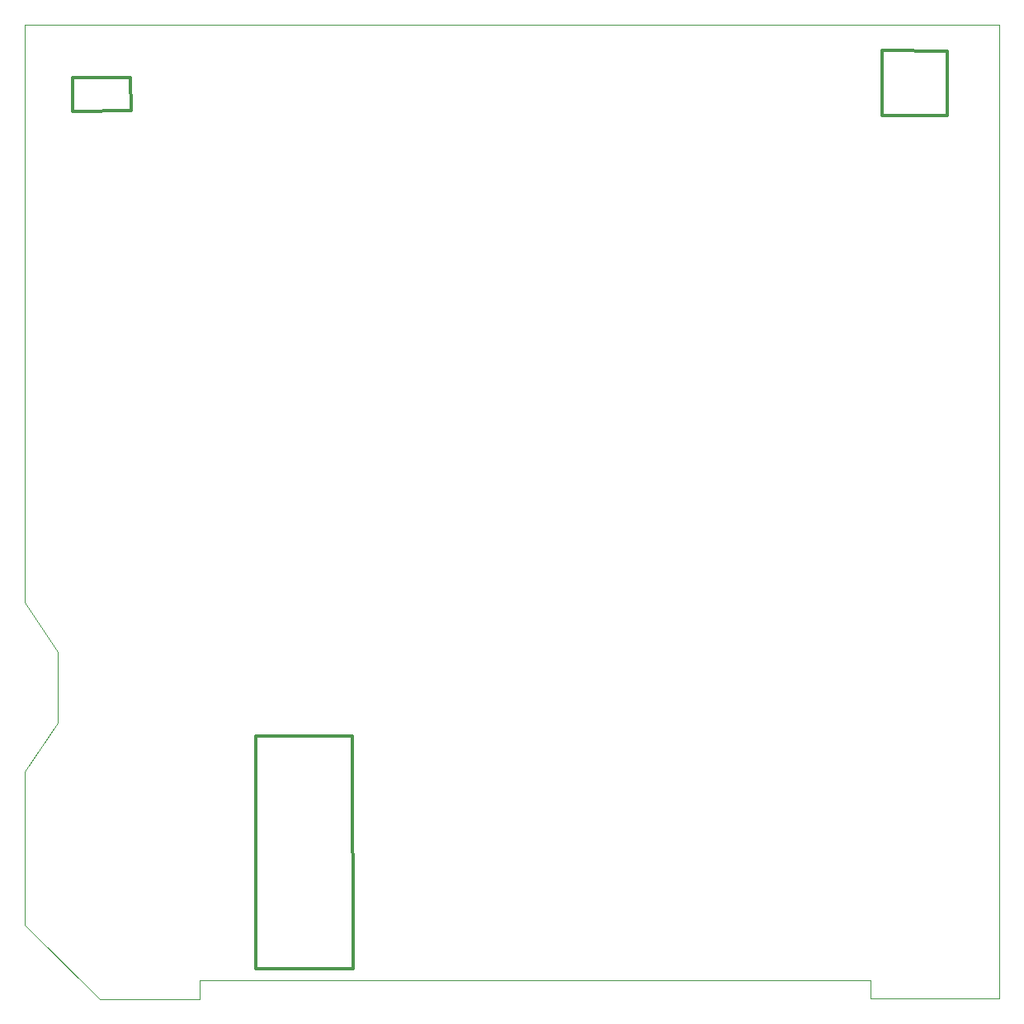
<source format=gm1>
%TF.GenerationSoftware,KiCad,Pcbnew,7.0.7*%
%TF.CreationDate,2023-10-15T16:54:31+01:00*%
%TF.ProjectId,mod-player,6d6f642d-706c-4617-9965-722e6b696361,rev?*%
%TF.SameCoordinates,Original*%
%TF.FileFunction,Profile,NP*%
%FSLAX46Y46*%
G04 Gerber Fmt 4.6, Leading zero omitted, Abs format (unit mm)*
G04 Created by KiCad (PCBNEW 7.0.7) date 2023-10-15 16:54:31*
%MOMM*%
%LPD*%
G01*
G04 APERTURE LIST*
%TA.AperFunction,Profile*%
%ADD10C,0.100000*%
%TD*%
%TA.AperFunction,Profile*%
%ADD11C,0.350000*%
%TD*%
G04 APERTURE END LIST*
D10*
X341351000Y-130305968D02*
X349042560Y-137946523D01*
X359285000Y-136022000D02*
X428103313Y-136021950D01*
X428105895Y-137833847D02*
X441350600Y-137834000D01*
X441350600Y-137834000D02*
X441351000Y-37957690D01*
X428103313Y-136021950D02*
X428103000Y-137833847D01*
X359284866Y-137944038D02*
X359285000Y-136022000D01*
X441351000Y-37957690D02*
X341350600Y-37957700D01*
X349042560Y-137946523D02*
X359284866Y-137947000D01*
X341350600Y-97231200D02*
X344728800Y-102285800D01*
X341350600Y-114630200D02*
X341351000Y-130305968D01*
X341350600Y-114630200D02*
X344728800Y-109601000D01*
X344728800Y-109601000D02*
X344728800Y-102285800D01*
X341350600Y-97231200D02*
X341350600Y-37957700D01*
D11*
X352212698Y-43362647D02*
X346222910Y-43371183D01*
X374968042Y-110953927D02*
X365002236Y-110968130D01*
X429314432Y-47259849D02*
X429304989Y-40633887D01*
X365036235Y-134825058D02*
X375002041Y-134810855D01*
X352217619Y-46815719D02*
X352212698Y-43362647D01*
X365002236Y-110968130D02*
X365036235Y-134825058D01*
X436000960Y-47250319D02*
X429314432Y-47259849D01*
X436004846Y-40640000D02*
X436000960Y-47250319D01*
X429304989Y-40633887D02*
X436004846Y-40640000D01*
X375002041Y-134810855D02*
X374968042Y-110953927D01*
X346222910Y-43371183D02*
X346227831Y-46824256D01*
X346227831Y-46824256D02*
X352217619Y-46815719D01*
M02*

</source>
